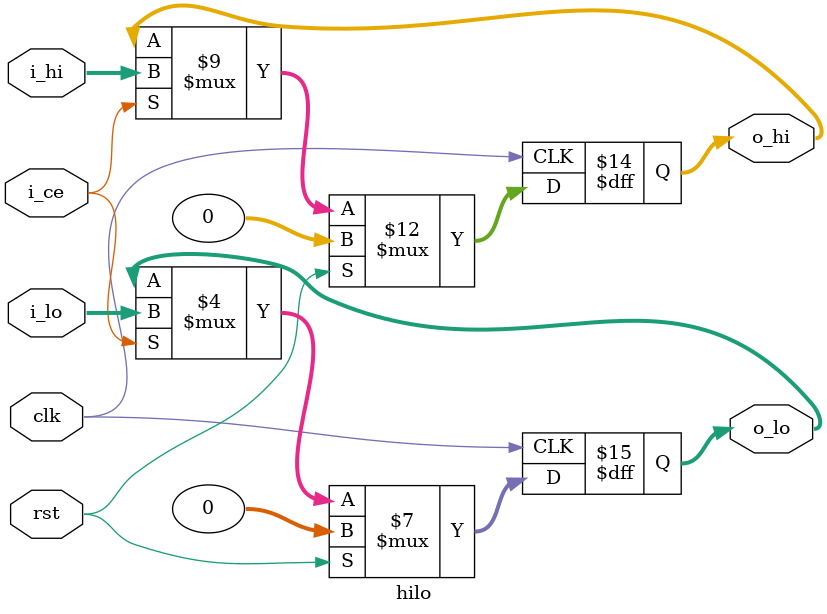
<source format=v>
`timescale 1ns / 1ps

module hilo(
    input wire rst,
    input wire clk,
    input wire i_ce,
    input wire[31:0] i_hi,
    input wire[31:0] i_lo,
    
    output reg[31:0] o_hi,
    output reg[31:0] o_lo
    );
    
always @(posedge clk)
begin
    if (rst == 1'b1)
        begin
            o_hi <= 32'h0;
            o_lo <= 32'h0;
        end
    else if (i_ce == 1'b1) 
        begin
            o_hi <= i_hi;
            o_lo <= i_lo;        
        end
end
endmodule

</source>
